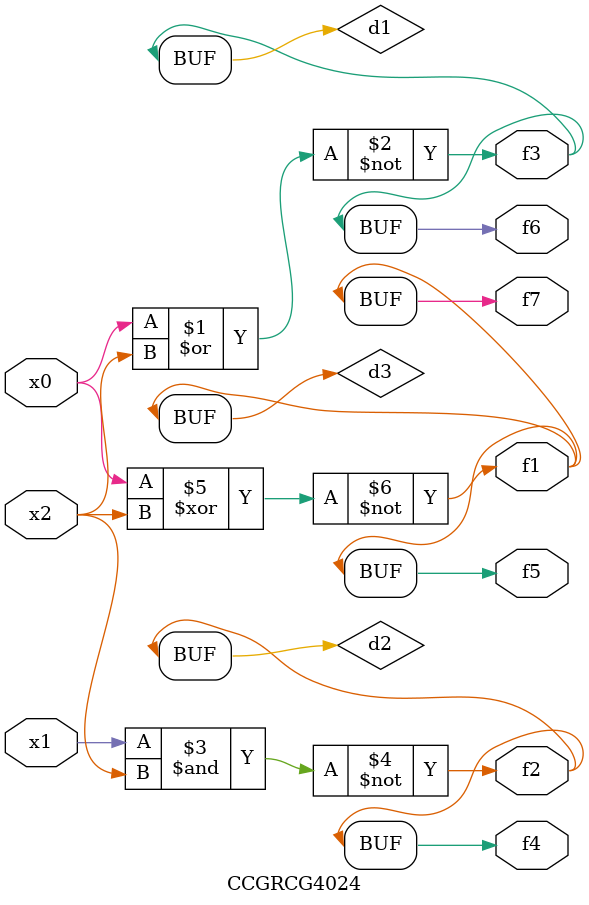
<source format=v>
module CCGRCG4024(
	input x0, x1, x2,
	output f1, f2, f3, f4, f5, f6, f7
);

	wire d1, d2, d3;

	nor (d1, x0, x2);
	nand (d2, x1, x2);
	xnor (d3, x0, x2);
	assign f1 = d3;
	assign f2 = d2;
	assign f3 = d1;
	assign f4 = d2;
	assign f5 = d3;
	assign f6 = d1;
	assign f7 = d3;
endmodule

</source>
